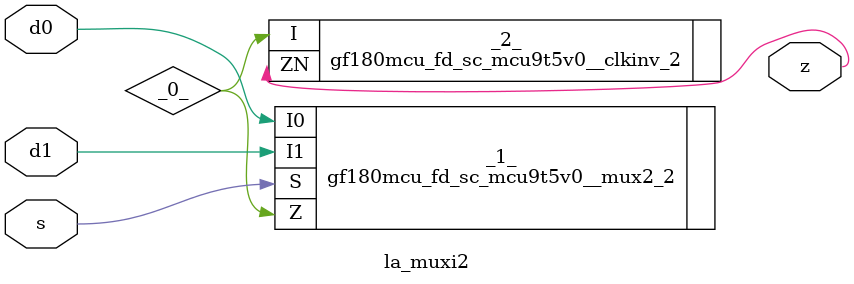
<source format=v>
/* Generated by Yosys 0.37 (git sha1 a5c7f69ed, clang 14.0.0-1ubuntu1.1 -fPIC -Os) */

module la_muxi2(d0, d1, s, z);
  wire _0_;
  input d0;
  wire d0;
  input d1;
  wire d1;
  input s;
  wire s;
  output z;
  wire z;
  gf180mcu_fd_sc_mcu9t5v0__mux2_2 _1_ (
    .I0(d0),
    .I1(d1),
    .S(s),
    .Z(_0_)
  );
  gf180mcu_fd_sc_mcu9t5v0__clkinv_2 _2_ (
    .I(_0_),
    .ZN(z)
  );
endmodule

</source>
